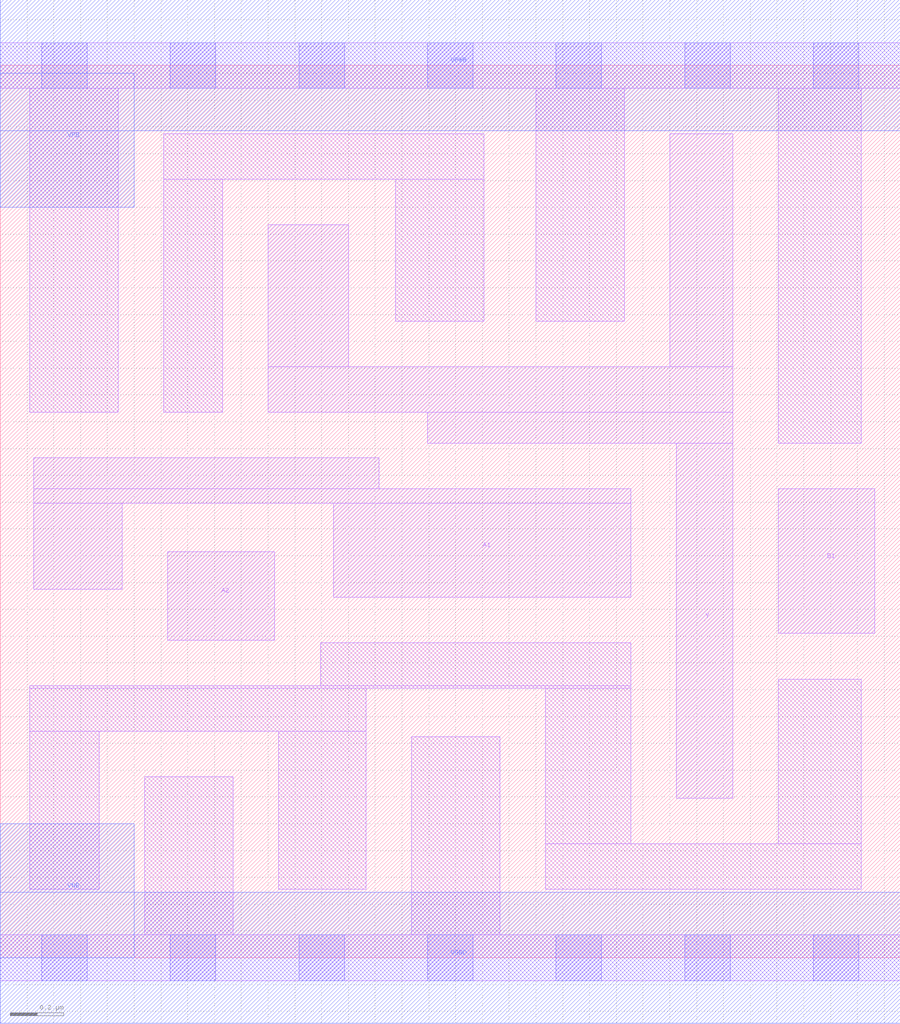
<source format=lef>
# Copyright 2020 The SkyWater PDK Authors
#
# Licensed under the Apache License, Version 2.0 (the "License");
# you may not use this file except in compliance with the License.
# You may obtain a copy of the License at
#
#     https://www.apache.org/licenses/LICENSE-2.0
#
# Unless required by applicable law or agreed to in writing, software
# distributed under the License is distributed on an "AS IS" BASIS,
# WITHOUT WARRANTIES OR CONDITIONS OF ANY KIND, either express or implied.
# See the License for the specific language governing permissions and
# limitations under the License.
#
# SPDX-License-Identifier: Apache-2.0

VERSION 5.5 ;
NAMESCASESENSITIVE ON ;
BUSBITCHARS "[]" ;
DIVIDERCHAR "/" ;
MACRO sky130_fd_sc_lp__o21ai_2
  CLASS CORE ;
  SOURCE USER ;
  ORIGIN  0.000000  0.000000 ;
  SIZE  3.360000 BY  3.330000 ;
  SYMMETRY X Y R90 ;
  SITE unit ;
  PIN A1
    ANTENNAGATEAREA  0.630000 ;
    DIRECTION INPUT ;
    USE SIGNAL ;
    PORT
      LAYER li1 ;
        RECT 0.125000 1.375000 0.455000 1.695000 ;
        RECT 0.125000 1.695000 2.355000 1.750000 ;
        RECT 0.125000 1.750000 1.415000 1.865000 ;
        RECT 1.245000 1.345000 2.355000 1.695000 ;
    END
  END A1
  PIN A2
    ANTENNAGATEAREA  0.630000 ;
    DIRECTION INPUT ;
    USE SIGNAL ;
    PORT
      LAYER li1 ;
        RECT 0.625000 1.185000 1.025000 1.515000 ;
    END
  END A2
  PIN B1
    ANTENNAGATEAREA  0.630000 ;
    DIRECTION INPUT ;
    USE SIGNAL ;
    PORT
      LAYER li1 ;
        RECT 2.905000 1.210000 3.265000 1.750000 ;
    END
  END B1
  PIN Y
    ANTENNADIFFAREA  0.940800 ;
    DIRECTION OUTPUT ;
    USE SIGNAL ;
    PORT
      LAYER li1 ;
        RECT 1.000000 2.035000 2.735000 2.205000 ;
        RECT 1.000000 2.205000 1.300000 2.735000 ;
        RECT 1.595000 1.920000 2.735000 2.035000 ;
        RECT 2.500000 2.205000 2.735000 3.075000 ;
        RECT 2.525000 0.595000 2.735000 1.920000 ;
    END
  END Y
  PIN VGND
    DIRECTION INOUT ;
    USE GROUND ;
    PORT
      LAYER met1 ;
        RECT 0.000000 -0.245000 3.360000 0.245000 ;
    END
  END VGND
  PIN VNB
    DIRECTION INOUT ;
    USE GROUND ;
    PORT
      LAYER met1 ;
        RECT 0.000000 0.000000 0.500000 0.500000 ;
    END
  END VNB
  PIN VPB
    DIRECTION INOUT ;
    USE POWER ;
    PORT
      LAYER met1 ;
        RECT 0.000000 2.800000 0.500000 3.300000 ;
    END
  END VPB
  PIN VPWR
    DIRECTION INOUT ;
    USE POWER ;
    PORT
      LAYER met1 ;
        RECT 0.000000 3.085000 3.360000 3.575000 ;
    END
  END VPWR
  OBS
    LAYER li1 ;
      RECT 0.000000 -0.085000 3.360000 0.085000 ;
      RECT 0.000000  3.245000 3.360000 3.415000 ;
      RECT 0.110000  0.255000 0.370000 0.845000 ;
      RECT 0.110000  0.845000 1.365000 1.005000 ;
      RECT 0.110000  1.005000 2.355000 1.015000 ;
      RECT 0.110000  2.035000 0.440000 3.245000 ;
      RECT 0.540000  0.085000 0.870000 0.675000 ;
      RECT 0.610000  2.035000 0.830000 2.905000 ;
      RECT 0.610000  2.905000 1.805000 3.075000 ;
      RECT 1.040000  0.255000 1.365000 0.845000 ;
      RECT 1.195000  1.015000 2.355000 1.175000 ;
      RECT 1.475000  2.375000 1.805000 2.905000 ;
      RECT 1.535000  0.085000 1.865000 0.825000 ;
      RECT 2.000000  2.375000 2.330000 3.245000 ;
      RECT 2.035000  0.255000 3.215000 0.425000 ;
      RECT 2.035000  0.425000 2.355000 1.005000 ;
      RECT 2.905000  0.425000 3.215000 1.040000 ;
      RECT 2.905000  1.920000 3.215000 3.245000 ;
    LAYER mcon ;
      RECT 0.155000 -0.085000 0.325000 0.085000 ;
      RECT 0.155000  3.245000 0.325000 3.415000 ;
      RECT 0.635000 -0.085000 0.805000 0.085000 ;
      RECT 0.635000  3.245000 0.805000 3.415000 ;
      RECT 1.115000 -0.085000 1.285000 0.085000 ;
      RECT 1.115000  3.245000 1.285000 3.415000 ;
      RECT 1.595000 -0.085000 1.765000 0.085000 ;
      RECT 1.595000  3.245000 1.765000 3.415000 ;
      RECT 2.075000 -0.085000 2.245000 0.085000 ;
      RECT 2.075000  3.245000 2.245000 3.415000 ;
      RECT 2.555000 -0.085000 2.725000 0.085000 ;
      RECT 2.555000  3.245000 2.725000 3.415000 ;
      RECT 3.035000 -0.085000 3.205000 0.085000 ;
      RECT 3.035000  3.245000 3.205000 3.415000 ;
  END
END sky130_fd_sc_lp__o21ai_2

</source>
